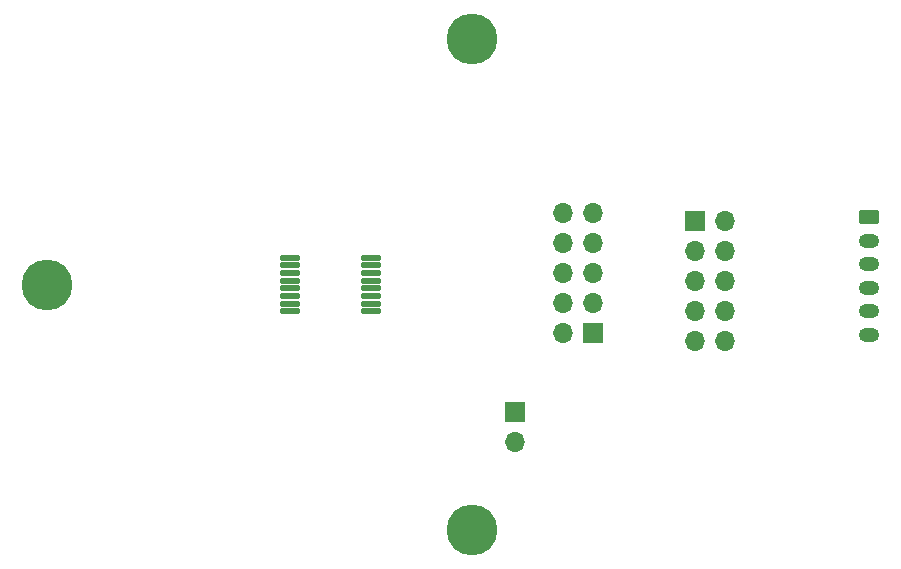
<source format=gbr>
%TF.GenerationSoftware,KiCad,Pcbnew,(6.0.7-1)-1*%
%TF.CreationDate,2022-11-03T17:35:01-04:00*%
%TF.ProjectId,encoder_driver,656e636f-6465-4725-9f64-72697665722e,rev?*%
%TF.SameCoordinates,Original*%
%TF.FileFunction,Soldermask,Bot*%
%TF.FilePolarity,Negative*%
%FSLAX46Y46*%
G04 Gerber Fmt 4.6, Leading zero omitted, Abs format (unit mm)*
G04 Created by KiCad (PCBNEW (6.0.7-1)-1) date 2022-11-03 17:35:01*
%MOMM*%
%LPD*%
G01*
G04 APERTURE LIST*
G04 Aperture macros list*
%AMRoundRect*
0 Rectangle with rounded corners*
0 $1 Rounding radius*
0 $2 $3 $4 $5 $6 $7 $8 $9 X,Y pos of 4 corners*
0 Add a 4 corners polygon primitive as box body*
4,1,4,$2,$3,$4,$5,$6,$7,$8,$9,$2,$3,0*
0 Add four circle primitives for the rounded corners*
1,1,$1+$1,$2,$3*
1,1,$1+$1,$4,$5*
1,1,$1+$1,$6,$7*
1,1,$1+$1,$8,$9*
0 Add four rect primitives between the rounded corners*
20,1,$1+$1,$2,$3,$4,$5,0*
20,1,$1+$1,$4,$5,$6,$7,0*
20,1,$1+$1,$6,$7,$8,$9,0*
20,1,$1+$1,$8,$9,$2,$3,0*%
G04 Aperture macros list end*
%ADD10C,4.300000*%
%ADD11RoundRect,0.250000X-0.625000X0.350000X-0.625000X-0.350000X0.625000X-0.350000X0.625000X0.350000X0*%
%ADD12O,1.750000X1.200000*%
%ADD13R,1.700000X1.700000*%
%ADD14O,1.700000X1.700000*%
%ADD15RoundRect,0.125000X0.762500X0.125000X-0.762500X0.125000X-0.762500X-0.125000X0.762500X-0.125000X0*%
G04 APERTURE END LIST*
D10*
%TO.C,REF\u002A\u002A*%
X113600000Y-96984610D03*
%TD*%
%TO.C,REF\u002A\u002A*%
X77600000Y-76200000D03*
%TD*%
%TO.C,REF\u002A\u002A*%
X113600000Y-55415390D03*
%TD*%
D11*
%TO.C,J3*%
X147225000Y-70475000D03*
D12*
X147225000Y-72475000D03*
X147225000Y-74475000D03*
X147225000Y-76475000D03*
X147225000Y-78475000D03*
X147225000Y-80475000D03*
%TD*%
D13*
%TO.C,J1*%
X123875000Y-80275000D03*
D14*
X121335000Y-80275000D03*
X123875000Y-77735000D03*
X121335000Y-77735000D03*
X123875000Y-75195000D03*
X121335000Y-75195000D03*
X123875000Y-72655000D03*
X121335000Y-72655000D03*
X123875000Y-70115000D03*
X121335000Y-70115000D03*
%TD*%
%TO.C,J4*%
X117200000Y-89540000D03*
D13*
X117200000Y-87000000D03*
%TD*%
%TO.C,J2*%
X132510000Y-70860000D03*
D14*
X135050000Y-70860000D03*
X132510000Y-73400000D03*
X135050000Y-73400000D03*
X132510000Y-75940000D03*
X135050000Y-75940000D03*
X132510000Y-78480000D03*
X135050000Y-78480000D03*
X132510000Y-81020000D03*
X135050000Y-81020000D03*
%TD*%
D15*
%TO.C,U1*%
X105012500Y-73925000D03*
X105012500Y-74575000D03*
X105012500Y-75225000D03*
X105012500Y-75875000D03*
X105012500Y-76525000D03*
X105012500Y-77175000D03*
X105012500Y-77825000D03*
X105012500Y-78475000D03*
X98187500Y-78475000D03*
X98187500Y-77825000D03*
X98187500Y-77175000D03*
X98187500Y-76525000D03*
X98187500Y-75875000D03*
X98187500Y-75225000D03*
X98187500Y-74575000D03*
X98187500Y-73925000D03*
%TD*%
M02*

</source>
